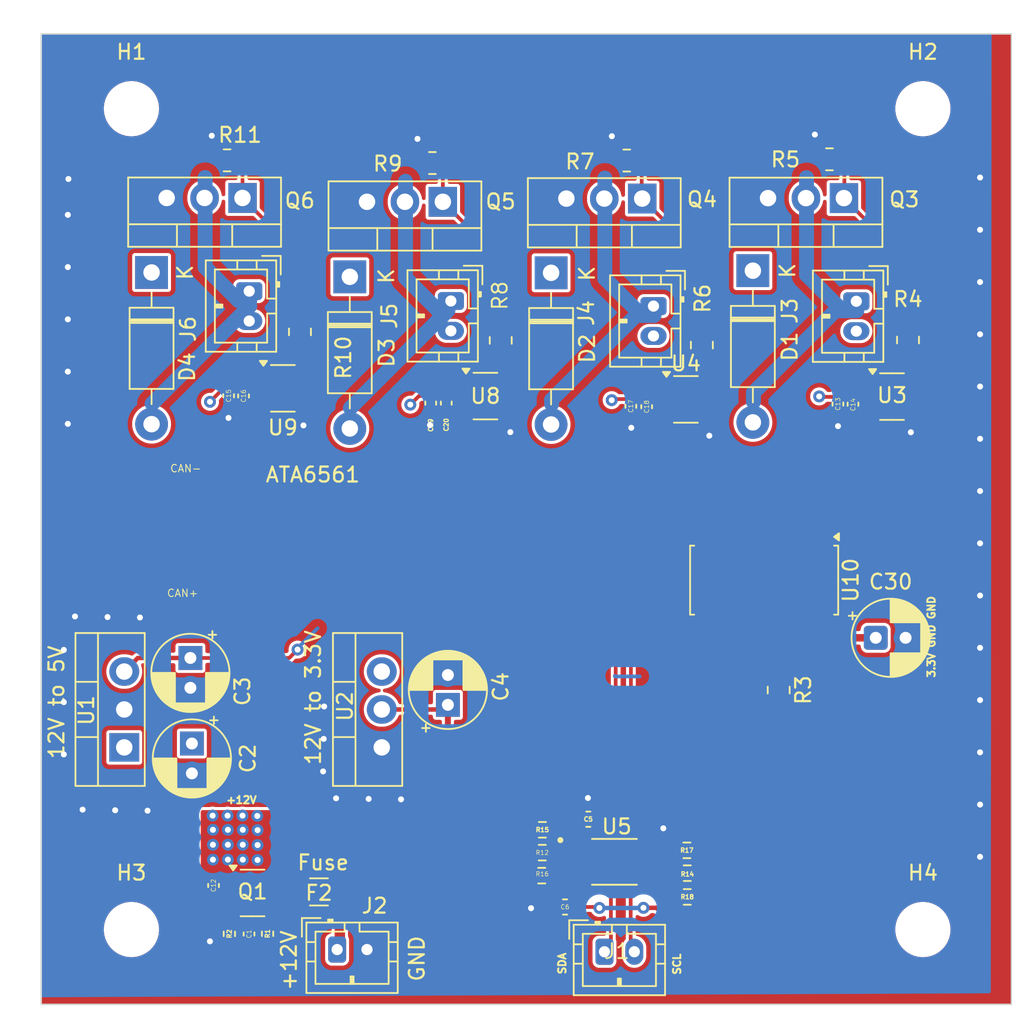
<source format=kicad_pcb>
(kicad_pcb (version 20241229) (generator "pcbnew") (generator_version "9.0")
  (layers (0 "F.Cu" signal) (4 "In1.Cu" signal) (6 "In2.Cu" signal) (2 "B.Cu" signal) (13 "F.Paste" user) (15 "B.Paste" user) (5 "F.SilkS" user "F.Silkscreen") (7 "B.SilkS" user "B.Silkscreen") (1 "F.Mask" user) (3 "B.Mask" user) (25 "Edge.Cuts" user))
  (net 0 "")
  (net 1 "GND")
  (net 2 "SLN1-")
  (net 3 "SLN2-")
  (net 4 "SLN3-")
  (net 5 "SLN4-")
  (net 6 "SDA")
  (net 7 "SCL")
  (net 8 "Net-(Q3-G)")
  (net 9 "Net-(Q4-G)")
  (net 10 "Net-(Q5-G)")
  (net 11 "Net-(Q6-G)")
  (net 12 "12V")
  (net 13 "S1CTRL")
  (net 14 "S2CTRL")
  (net 15 "S3CTRL")
  (net 16 "S4CTRL")
  (net 17 "SCL_ext")
  (net 18 "SDA_ext")
  (net 19 "Net-(U5-EN)")
  (net 20 "Net-(U5-READY)")
  (net 21 "+12V_fuse")
  (net 22 "5V")
  (net 23 "3.3V")
  (net 24 "Net-(Q1-G)")
  (net 25 "Net-(Q1-S)")
  (net 26 "Net-(U3-OUT)")
  (net 27 "Net-(U4-OUT)")
  (net 28 "Net-(U8-OUT)")
  (net 29 "Net-(U9-OUT)")
  (net 34 "+5V")
  (net 35 "Net-(U10-OE')")
  (footprint "Package_TO_SOT_SMD:SOT-23-5" (layer "F.Cu") (at 107.8525 42.31)
    (property "Reference" "U8")
    (property "Value" "MCP1416")
  )
  (footprint "Capacitor_SMD:C_0402_1005Metric" (layer "F.Cu") (at 105.23 42.78 90)
    (property "Reference" "C20")
    (property "Value" "1uF")
  )
  (footprint "Capacitor_SMD:C_0402_1005Metric" (layer "F.Cu") (at 91.65 42.3 90)
    (property "Reference" "C16")
    (property "Value" "1uF")
  )
  (footprint "Resistor_SMD:R_0805_2012Metric_Pad1.20x1.40mm_HandSolder" (layer "F.Cu") (at 127.5 62 -90)
    (property "Reference" "R3")
    (property "Value" "10k")
  )
  (footprint "Connector_JST:JST_PH_B2B-PH-K_1x02_P2.00mm_Vertical" (layer "F.Cu") (at 92.03 35.28 -90)
    (property "Reference" "J6")
    (property "Value" "2X1")
  )
  (footprint "Package_TO_SOT_THT:TO-220-3_Vertical" (layer "F.Cu") (at 83.66 65.84 90)
    (property "Reference" "U1")
    (property "Value" "L7805")
  )
  (footprint "Package_TO_SOT_THT:TO-220-3_Vertical" (layer "F.Cu") (at 91.581 29.04 180)
    (property "Reference" "Q6")
    (property "Value" "FQP30N06L")
  )
  (footprint "Resistor_SMD:R_0603_1608Metric" (layer "F.Cu") (at 111.66 72.89 180)
    (property "Reference" "R16")
    (property "Value" "10k")
  )
  (footprint "Capacitor_SMD:C_0402_1005Metric" (layer "F.Cu") (at 131.4675 42.8425 90)
    (property "Reference" "C13")
    (property "Value" "1uF")
  )
  (footprint "Connector_JST:JST_PH_B2B-PH-K_1x02_P2.00mm_Vertical" (layer "F.Cu") (at 132.7 35.96 -90)
    (property "Reference" "J3")
    (property "Value" "2X1")
  )
  (footprint "Capacitor_SMD:C_0402_1005Metric" (layer "F.Cu") (at 117.595 42.99 90)
    (property "Reference" "C17")
    (property "Value" "0.1uF")
  )
  (footprint "Resistor_SMD:R_0805_2012Metric_Pad1.20x1.40mm_HandSolder" (layer "F.Cu") (at 104.3 26.7)
    (property "Reference" "R9")
    (property "Value" "10k")
  )
  (footprint "Capacitor_SMD:C_0402_1005Metric" (layer "F.Cu") (at 92.0175 78.34 90)
    (property "Reference" "C1")
    (property "Value" "22nF")
  )
  (footprint "Diode_THT:D_DO-41_SOD81_P10.16mm_Horizontal" (layer "F.Cu") (at 85.49 34.03 -90)
    (property "Reference" "D4")
    (property "Value" "1N47xxA")
  )
  (footprint "Package_TO_SOT_SMD:SOT-23-5" (layer "F.Cu") (at 135.09 42.3425)
    (property "Reference" "U3")
    (property "Value" "MCP1416")
  )
  (footprint "MountingHole:MountingHole_3.2mm_M3_DIN965" (layer "F.Cu") (at 137.16 23.06)
    (property "Reference" "H2")
    (property "Value" "MountingHole")
  )
  (footprint "Capacitor_THT:CP_Radial_D5.0mm_P2.00mm" (layer "F.Cu") (at 105.34 62.99 90)
    (property "Reference" "C4")
    (property "Value" "10u")
  )
  (footprint "Diode_THT:D_DO-41_SOD81_P10.16mm_Horizontal" (layer "F.Cu") (at 112.2525 34.0525 -90)
    (property "Reference" "D2")
    (property "Value" "1N47xxA")
  )
  (footprint "Capacitor_THT:CP_Radial_D5.0mm_P2.00mm" (layer "F.Cu") (at 134 58.5)
    (property "Reference" "C30")
    (property "Value" "10u")
  )
  (footprint "Connector_JST:JST_PH_B2B-PH-K_1x02_P2.00mm_Vertical" (layer "F.Cu") (at 97.92 79.38)
    (property "Reference" "J2")
    (property "Value" "2X1")
  )
  (footprint "Resistor_SMD:R_0805_2012Metric_Pad1.20x1.40mm_HandSolder" (layer "F.Cu") (at 90.55 26.52)
    (property "Reference" "R11")
    (property "Value" "10k")
  )
  (footprint "MountingHole:MountingHole_3.2mm_M3_DIN965" (layer "F.Cu") (at 137.16 78.04)
    (property "Reference" "H4")
    (property "Value" "MountingHole")
  )
  (footprint "Diode_THT:D_DO-41_SOD81_P10.16mm_Horizontal" (layer "F.Cu") (at 125.77 33.91 -90)
    (property "Reference" "D1")
    (property "Value" "1N47xxA")
  )
  (footprint "Resistor_SMD:R_0603_1608Metric" (layer "F.Cu") (at 121.375 74.265 180)
    (property "Reference" "R14")
    (property "Value" "10k")
  )
  (footprint "Capacitor_SMD:C_0603_1608Metric" (layer "F.Cu") (at 114.745 70.65)
    (property "Reference" "C5")
    (property "Value" "0.1u")
  )
  (footprint "Package_TO_SOT_SMD:SOT-23-5" (layer "F.Cu") (at 94.2825 41.79)
    (property "Reference" "U9")
    (property "Value" "MCP1416")
  )
  (footprint "Resistor_SMD:R_0603_1608Metric" (layer "F.Cu") (at 121.375 75.855 180)
    (property "Reference" "R18")
    (property "Value" "10k")
  )
  (footprint "Resistor_SMD:R_0805_2012Metric_Pad1.20x1.40mm_HandSolder" (layer "F.Cu") (at 117.3225 26.5325)
    (property "Reference" "R7")
    (property "Value" "10k")
  )
  (footprint "Package_TO_SOT_THT:TO-220-3_Vertical" (layer "F.Cu") (at 131.8665 29.0495 180)
    (property "Reference" "Q3")
    (property "Value" "FQP30N06L")
  )
  (footprint "Resistor_SMD:R_0603_1608Metric" (layer "F.Cu") (at 111.67 71.36)
    (property "Reference" "R15")
    (property "Value" "10k")
  )
  (footprint "Capacitor_SMD:C_0603_1608Metric" (layer "F.Cu") (at 113.185 76.53)
    (property "Reference" "C6")
    (property "Value" "0.1u")
  )
  (footprint "Resistor_SMD:R_0603_1608Metric" (layer "F.Cu") (at 121.35 72.735 180)
    (property "Reference" "R17")
    (property "Value" "10k")
  )
  (footprint "Capacitor_SMD:C_0402_1005Metric" (layer "F.Cu") (at 90.65 42.29 90)
    (property "Reference" "C15")
    (property "Value" "0.1uF")
  )
  (footprint "MountingHole:MountingHole_3.2mm_M3_DIN965" (layer "F.Cu") (at 84.14 23.06)
    (property "Reference" "H1")
    (property "Value" "MountingHole")
  )
  (footprint "Connector_JST:JST_PH_B2B-PH-K_1x02_P2.00mm_Vertical" (layer "F.Cu") (at 115.8275 79.5275)
    (property "Reference" "J1")
    (property "Value" "2X1")
  )
  (footprint "Package_TO_SOT_SMD:SOT-23-5" (layer "F.Cu") (at 121.2825 42.53)
    (property "Reference" "U4")
    (property "Value" "MCP1416")
  )
  (footprint "Resistor_SMD:R_0805_2012Metric_Pad1.20x1.40mm_HandSolder" (layer "F.Cu") (at 136.1625 38.5525 90)
    (property "Reference" "R4")
    (property "Value" "330")
  )
  (footprint "Capacitor_THT:CP_Radial_D5.0mm_P2.00mm" (layer "F.Cu") (at 88.19 65.58 -90)
    (property "Reference" "C2")
    (property "Value" "10u")
  )
  (footprint "Resistor_SMD:R_0603_1608Metric" (layer "F.Cu") (at 111.625 74.43 180)
    (property "Reference" "R12")
    (property "Value" "10k")
  )
  (footprint "Package_TO_SOT_THT:TO-220-3_Vertical" (layer "F.Cu") (at 105.002 29.296 180)
    (property "Reference" "Q5")
    (property "Value" "FQP30N06L")
  )
  (footprint "Package_SO:TSSOP-28_4.4x9.7mm_P0.65mm" (layer "F.Cu") (at 126.525 54.6375 -90)
    (property "Reference" "U10")
    (property "Value" "PCA9685")
  )
  (footprint "Diode_THT:D_DO-41_SOD81_P10.16mm_Horizontal" (layer "F.Cu") (at 98.77 34.32 -90)
    (property "Reference" "D3")
    (property "Value" "1N47xxA")
  )
  (footprint "Fuse:Fuse_1206_3216Metric" (layer "F.Cu") (at 96.7 75.52 180)
    (property "Reference" "F2")
    (property "Value" "10A")
  )
  (footprint "Package_TO_SOT_SMD:SOT-23-3" (layer "F.Cu") (at 92.2525 75.59)
    (property "Reference" "Q1")
    (property "Value" "NTR0202PLT1G OR Si2347DS")
  )
  (footprint "Resistor_SMD:R_0402_1005Metric" (layer "F.Cu") (at 90.7 78.33 90)
    (property "Reference" "R2")
    (property "Value" "1k")
  )
  (footprint "Connector_JST:JST_PH_B2B-PH-K_1x02_P2.00mm_Vertical" (layer "F.Cu") (at 119.1125 36.2825 -90)
    (property "Reference" "J4")
    (property "Value" "2X1")
  )
  (footprint "Resistor_SMD:R_0805_2012Metric_Pad1.20x1.40mm_HandSolder" (layer "F.Cu") (at 108.88 38.58 90)
    (property "Reference" "R8")
    (property "Value" "330")
  )
  (footprint "Resistor_SMD:R_0805_2012Metric_Pad1.20x1.40mm_HandSolder" (layer "F.Cu") (at 95.43 38.01 90)
    (property "Reference" "R10")
    (property "Value" "330")
  )
  (footprint "Capacitor_SMD:C_0402_1005Metric" (layer "F.Cu") (at 118.655 43.02 90)
    (property "Reference" "C18")
    (property "Value" "1uF")
  )
  (footprint "TCA4307:SOP65P490X110-8N" (layer "F.Cu") (at 116.495 73.505)
    (property "Reference" "U5")
    (property "Value" "TCA4307")
  )
  (footprint "Connector_JST:JST_PH_B2B-PH-K_1x02_P2.00mm_Vertical" (layer "F.Cu") (at 105.54 35.94 -90)
    (property "Reference" "J5")
    (property "Value" "2X1")
  )
  (footprint "MountingHole:MountingHole_3.2mm_M3_DIN965" (layer "F.Cu") (at 84.14 78.04)
    (property "Reference" "H3")
    (property "Value" "MountingHole")
  )
  (footprint "Resistor_SMD:R_0402_1005Metric" (layer "F.Cu") (at 93.26 78.32 90)
    (property "Reference" "R1")
    (property "Value" "4.7k")
  )
  (footprint "Capacitor_THT:CP_Radial_D5.0mm_P2.00mm" (layer "F.Cu") (at 88.09 59.85 -90)
    (property "Reference" "C3")
    (property "Value" "10u")
  )
  (footprint "Capacitor_SMD:C_0402_1005Metric" (layer "F.Cu") (at 104.19 42.78 90)
    (property "Reference" "C19")
    (property "Value" "0.1uF")
  )
  (footprint "Resistor_SMD:R_0805_2012Metric_Pad1.20x1.40mm_HandSolder" (layer "F.Cu") (at 130.9 26.45)
    (property "Reference" "R5")
    (property "Value" "10k")
  )
  (footprint "Package_TO_SOT_THT:TO-220-3_Vertical" (layer "F.Cu") (at 118.3565 29.0815 180)
    (property "Reference" "Q4")
    (property "Value" "FQP30N06L")
  )
  (footprint "Capacitor_SMD:C_0402_1005Metric" (layer "F.Cu") (at 89.64 75.09 90)
    (property "Reference" "C12")
    (property "Value" "0.47u")
  )
  (footprint "Capacitor_SMD:C_0402_1005Metric" (layer "F.Cu") (at 132.4775 42.8525 90)
    (property "Reference" "C14")
    (property "Value" "0.1uF")
  )
  (footprint "Resistor_SMD:R_0805_2012Metric_Pad1.20x1.40mm_HandSolder" (layer "F.Cu") (at 122.3525 38.8925 90)
    (property "Reference" "R6")
    (property "Value" "330")
  )
  (footprint "Package_TO_SOT_THT:TO-220-3_Vertical" (layer "F.Cu") (at 100.91 65.84 90)
    (property "Reference" "U2")
    (property "Value" "LD1117V33")
  )
  (gr_rect (start 78.093113 18.049887) (end 143.093113 83.049887) (stroke (width 0.1)) (fill no) (layer "Edge.Cuts"))
  (gr_text "+12V" (at 95.28 82.21 90) (layer "F.SilkS") (effects (font (size 1 1)) (justify left bottom)))
  (gr_text "3.3V GND GND" (at 138.02 61.23 90) (layer "F.SilkS") (effects (font (size 0.5 0.5) (thickness 0.125)) (justify left bottom)))
  (gr_text "GND" (at 103.85 81.61 90) (layer "F.SilkS") (effects (font (size 1 1)) (justify left bottom)))
  (gr_text "12V to 3.3V\n" (at 96.9 67.1 90) (layer "F.SilkS") (effects (font (size 1 1)) (justify left bottom)))
  (gr_text "SDA" (at 113.29 81.1 90) (layer "F.SilkS") (effects (font (size 0.5 0.5) (thickness 0.125)) (justify left bottom)))
  (gr_text "CAN+" (at 86.49 55.8 0) (layer "F.SilkS") (effects (font (size 0.5 0.5) (thickness 0.0625)) (justify left bottom)))
  (gr_text "ATA6561" (at 93.05 48.16 0) (layer "F.SilkS") (effects (font (size 1 1)) (justify left bottom)))
  (gr_text "+12V" (at 90.43 69.66 0) (layer "F.SilkS") (effects (font (size 0.5 0.5) (thickness 0.125)) (justify left bottom)))
  (gr_text "12V to 5V\n" (at 79.71 66.7 90) (layer "F.SilkS") (effects (font (size 1 1)) (justify left bottom)))
  (gr_text "CAN-\n" (at 86.7 47.45 0) (layer "F.SilkS") (effects (font (size 0.5 0.5) (thickness 0.0625)) (justify left bottom)))
  (gr_text "Fuse" (at 95.17 74.14 0) (layer "F.SilkS") (effects (font (size 1 1)) (justify left bottom)))
  (gr_text "SCL" (at 120.98 81.13 90) (layer "F.SilkS") (effects (font (size 0.5 0.5) (thickness 0.125)) (justify left bottom)))
  (segment (start 118.19 61.0875) (end 116.5475 61.0875) (width 0.25) (layer "B.Cu") (net 0))
  (segment (start 116.5475 61.0875) (end 116.52 61.06) (width 0.25) (layer "B.Cu") (net 0))
  (segment (start 113.97 69.98) (end 114.72 69.23) (width 0.25) (layer "F.Cu") (net 1))
  (segment (start 108.99 43.26) (end 108.99 44.19) (width 0.25) (layer "F.Cu") (net 1))
  (segment (start 113.97 70.65) (end 113.97 69.98) (width 0.25) (layer "F.Cu") (net 1))
  (segment (start 91.65 42.78) (end 90.66 42.78) (width 0.25) (layer "F.Cu") (net 1))
  (segment (start 104.1425 44.2525) (end 104.1425 43.3075) (width 0.25) (layer "F.Cu") (net 1))
  (segment (start 90.7 78.84) (end 89.41 78.84) (width 0.25) (layer "F.Cu") (net 1))
  (segment (start 118.708348 72.530021) (end 118.708348 72.321652) (width 0.25) (layer "F.Cu") (net 1))
  (segment (start 131.4725 44.3225) (end 131.4725 43.3275) (width 0.25) (layer "F.Cu") (net 1))
  (segment (start 136.2275 44.6075) (end 136.3525 44.7325) (width 0.25) (layer "F.Cu") (net 1))
  (segment (start 132.4775 43.3325) (end 131.4775 43.3325) (width 0.25) (layer "F.Cu") (net 1))
  (segment (start 103.3 26.7) (end 103.3 25.085) (width 0.25) (layer "F.Cu") (net 1))
  (segment (start 116.3225 26.5325) (end 116.3225 24.9025) (width 0.25) (layer "F.Cu") (net 1))
  (segment (start 95.42 44.03) (end 95.6625 44.2725) (width 0.25) (layer "F.Cu") (net 1))
  (segment (start 122.42 44.53) (end 122.8525 44.9625) (width 0.25) (layer "F.Cu") (net 1))
  (segment (start 90.66 42.78) (end 90.65 42.77) (width 0.25) (layer "F.Cu") (net 1))
  (segment (start 110.99 76.53) (end 110.91 76.61) (width 0.25) (layer "F.Cu") (net 1))
  (segment (start 95.42 42.74) (end 95.42 44.03) (width 0.25) (layer "F.Cu") (net 1))
  (segment (start 89.41 78.84) (end 89.4 78.83) (width 0.25) (layer "F.Cu") (net 1))
  (segment (start 117.6225 44.4325) (end 117.6225 43.4975) (width 0.25) (layer "F.Cu") (net 1))
  (segment (start 90.6425 43.7725) (end 90.6425 42.7775) (width 0.25) (layer "F.Cu") (net 1))
  (segment (start 112.41 76.53) (end 110.99 76.53) (width 0.25) (layer "F.Cu") (net 1))
  (segment (start 117.6225 43.4975) (end 117.595 43.47) (width 0.25) (layer "F.Cu") (net 1))
  (segment (start 89.55 24.9) (end 89.5225 24.8725) (width 0.25) (layer "F.Cu") (net 1))
  (segment (start 118.708348 72.321652) (end 119.77 71.26) (width 0.25) (layer "F.Cu") (net 1))
  (segment (start 136.2275 43.2925) (end 136.2275 44.6075) (width 0.25) (layer "F.Cu") (net 1))
  (segment (start 129.9 24.815) (end 129.9225 24.7925) (width 0.25) (layer "F.Cu") (net 1))
  (segment (start 131.4725 43.3275) (end 131.4675 43.3225) (width 0.25) (layer "F.Cu") (net 1))
  (segment (start 104.1425 43.3075) (end 104.19 43.26) (width 0.25) (layer "F.Cu") (net 1))
  (segment (start 122.42 43.48) (end 122.42 44.53) (width 0.25) (layer "F.Cu") (net 1))
  (segment (start 89.55 26.52) (end 89.55 24.9) (width 0.25) (layer "F.Cu") (net 1))
  (segment (start 103.3 25.085) (end 103.3025 25.0825) (width 0.25) (layer "F.Cu") (net 1))
  (segment (start 129.9 26.45) (end 129.9 24.815) (width 0.25) (layer "F.Cu") (net 1))
  (segment (start 118.655 43.5) (end 117.625 43.5) (width 0.25) (layer "F.Cu") (net 1))
  (segment (start 108.99 44.19) (end 109.5225 44.7225) (width 0.25) (layer "F.Cu") (net 1))
  (segment (start 131.4775 43.3325) (end 131.4675 43.3225) (width 0.25) (layer "F.Cu") (net 1))
  (segment (start 117.625 43.5) (end 117.595 43.47) (width 0.25) (layer "F.Cu") (net 1))
  (segment (start 90.6425 42.7775) (end 90.65 42.77) (width 0.25) (layer "F.Cu") (net 1))
  (segment (start 105.23 43.26) (end 104.19 43.26) (width 0.25) (layer "F.Cu") (net 1))
  (via (at 102.2 69.32) (size 0.8) (drill 0.4) (layers "F.Cu" "B.Cu") (net 1))
  (via (at 83.05 70.05) (size 0.8) (drill 0.4) (layers "F.Cu" "B.Cu") (net 1))
  (via (at 114.72 69.23) (size 0.8) (drill 0.4) (layers "F.Cu" "B.Cu") (net 1))
  (via (at 79.88 37.17) (size 0.8) (drill 0.4) (layers "F.Cu" "B.Cu") (net 1))
  (via (at 140.99 31.17) (size 0.8) (drill 0.4) (layers "F.Cu" "B.Cu") (net 1))
  (via (at 84.71 57.14) (size 0.8) (drill 0.4) (layers "F.Cu" "B.Cu") (net 1))
  (via (at 140.99 48.67) (size 0.8) (drill 0.4) (layers "F.Cu" "B.Cu") (net 1))
  (via (at 140.99 73.17) (size 0.8) (drill 0.4) (layers "F.Cu" "B.Cu") (net 1))
  (via (at 89.4 78.83) (size 0.8) (drill 0.4) (layers "F.Cu" "B.Cu") (net 1))
  (via (at 79.61 59.31) (size 0.8) (drill 0.4) (layers "F.Cu" "B.Cu") (net 1))
  (via (at 131.4725 44.3225) (size 0.8) (drill 0.4) (layers "F.Cu" "B.Cu") (net 1))
  (via (at 122.8525 44.9625) (size 0.8) (drill 0.4) (layers "F.Cu" "B.Cu") (net 1))
  (via (at 79.88 33.67) (size 0.8) (drill 0.4) (layers "F.Cu" "B.Cu") (net 1))
  (via (at 140.99 34.67) (size 0.8) (drill 0.4) (layers "F.Cu" "B.Cu") (net 1))
  (via (at 140.99 66.17) (size 0.8) (drill 0.4) (layers "F.Cu" "B.Cu") (net 1))
  (via (at 116.3225 24.9025) (size 0.8) (drill 0.4) (layers "F.Cu" "B.Cu") (net 1))
  (via (at 79.88 30.17) (size 0.8) (drill 0.4) (layers "F.Cu" "B.Cu") (net 1))
  (via (at 85.22 70.08) (size 0.8) (drill 0.4) (layers "F.Cu" "B.Cu") (net 1))
  (via (at 95.6625 44.2725) (size 0.8) (drill 0.4) (layers "F.Cu" "B.Cu") (net 1))
  (via (at 80.87 70.01) (size 0.8) (drill 0.4) (layers "F.Cu" "B.Cu") (net 1))
  (via (at 97.85 69.25) (size 0.8) (drill 0.4) (layers "F.Cu" "B.Cu") (net 1))
  (via (at 119.77 71.26) (size 0.8) (drill 0.4) (layers "F.Cu" "B.Cu") (net 1))
  (via (at 100.03 69.29) (size 0.8) (drill 0.4) (layers "F.Cu" "B.Cu") (net 1))
  (via (at 104.1425 44.2525) (size 0.8) (drill 0.4) (layers "F.Cu" "B.Cu") (net 1))
  (via (at 103.3025 25.0825) (size 0.8) (drill 0.4) (layers "F.Cu" "B.Cu") (net 1))
  (via (at 129.9225 24.7925) (size 0.8) (drill 0.4) (layers "F.Cu" "B.Cu") (net 1))
  (via (at 79.61 66.31) (size 0.8) (drill 0.4) (layers "F.Cu" "B.Cu") (net 1))
  (via (at 136.3525 44.7325) (size 0.8) (drill 0.4) (layers "F.Cu" "B.Cu") (net 1))
  (via (at 80.36 57.07) (size 0.8) (drill 0.4) (layers "F.Cu" "B.Cu") (net 1))
  (via (at 79.88 40.67) (size 0.8) (drill 0.4) (layers "F.Cu" "B.Cu") (net 1))
  (via (at 140.99 69.67) (size 0.8) (drill 0.4) (layers "F.Cu" "B.Cu") (net 1))
  (via (at 79.88 44.17) (size 0.8) (drill 0.4) (layers "F.Cu" "B.Cu") (net 1))
  (via (at 97.02 65.27) (size 0.8) (drill 0.4) (layers "F.Cu" "B.Cu") (net 1))
  (via (at 140.99 62.67) (size 0.8) (drill 0.4) (layers "F.Cu" "B.Cu") (net 1))
  (via (at 140.99 45.17) (size 0.8) (drill 0.4) (layers "F.Cu" "B.Cu") (net 1))
  (via (at 96.98 67.45) (size 0.8) (drill 0.4) (layers "F.Cu" "B.Cu") (net 1))
  (via (at 140.99 52.17) (size 0.8) (drill 0.4) (layers "F.Cu" "B.Cu") (net 1))
  (via (at 97.05 63.1) (size 0.8) (drill 0.4) (layers "F.Cu" "B.Cu") (net 1))
  (via (at 117.6225 44.4325) (size 0.8) (drill 0.4) (layers "F.Cu" "B.Cu") (net 1))
  (via (at 79.92 27.77) (size 0.8) (drill 0.4) (layers "F.Cu" "B.Cu") (net 1))
  (via (at 140.99 55.67) (size 0.8) (drill 0.4) (layers "F.Cu" "B.Cu") (net 1))
  (via (at 79.61 62.81) (size 0.8) (drill 0.4) (layers "F.Cu" "B.Cu") (net 1))
  (via (at 89.5225 24.8725) (size 0.8) (drill 0.4) (layers "F.Cu" "B.Cu") (net 1))
  (via (at 82.54 57.11) (size 0.8) (drill 0.4) (layers "F.Cu" "B.Cu") (net 1))
  (via (at 110.91 76.61) (size 0.8) (drill 0.4) (layers "F.Cu" "B.Cu") (net 1))
  (via (at 109.5225 44.7225) (size 0.8) (drill 0.4) (layers "F.Cu" "B.Cu") (net 1))
  (via (at 140.99 27.67) (size 0.8) (drill 0.4) (layers "F.Cu" "B.Cu") (net 1))
  (via (at 90.6425 43.7725) (size 0.8) (drill 0.4) (layers "F.Cu" "B.Cu") (net 1))
  (via (at 140.99 59.17) (size 0.8) (drill 0.4) (layers "F.Cu" "B.Cu") (net 1))
  (via (at 140.99 38.17) (size 0.8) (drill 0.4) (layers "F.Cu" "B.Cu") (net 1))
  (via (at 140.99 41.67) (size 0.8) (drill 0.4) (layers "F.Cu" "B.Cu") (net 1))
  (segment (start 125.8075 42.6975) (end 125.8075 42.0825) (width 1) (layer "B.Cu") (net 2))
  (segment (start 131.7675 36.5875) (end 129.364 34.184) (width 1) (layer "B.Cu") (net 2))
  (segment (start 131.9175 36.5875) (end 132.7375 36.5875) (width 0.25) (layer "B.Cu") (net 2))
  (segment (start 129.364 34.184) (end 129.364 27.677) (width 1) (layer "B.Cu") (net 2))
  (segment (start 125.8075 42.0825) (end 131.3025 36.5875) (width 1) (layer "B.Cu") (net 2))
  (segment (start 132.7375 36.5875) (end 131.7675 36.5875) (width 1) (layer "B.Cu") (net 2))
  (segment (start 131.3025 36.5875) (end 131.9175 36.5875) (width 1) (layer "B.Cu") (net 2))
  (segment (start 112.29 42.56) (end 117.94 36.91) (width 1) (layer "B.Cu") (net 3))
  (segment (start 118.33 36.91) (end 115.854 34.434) (width 1) (layer "B.Cu") (net 3))
  (segment (start 118.22 36.91) (end 119.15 36.91) (width 0.25) (layer "B.Cu") (net 3))
  (segment (start 115.854 34.434) (end 115.854 27.709) (width 1) (layer "B.Cu") (net 3))
  (segment (start 117.94 36.91) (end 118.22 36.91) (width 1) (layer "B.Cu") (net 3))
  (segment (start 112.29 42.84) (end 112.29 42.56) (width 1) (layer "B.Cu") (net 3))
  (segment (start 119.15 36.91) (end 118.33 36.91) (width 1) (layer "B.Cu") (net 3))
  (segment (start 104.6775 36.5675) (end 102.4995 34.3895) (width 1) (layer "B.Cu") (net 4))
  (segment (start 102.4995 34.3895) (end 102.4995 27.9235) (width 1) (layer "B.Cu") (net 4))
  (segment (start 105.5775 36.5675) (end 105.1275 36.5675) (width 0.25) (layer "B.Cu") (net 4))
  (segment (start 105.3475 36.5675) (end 105.5775 36.5675) (width 0.25) (layer "B.Cu") (net 4))
  (segment (start 105.1275 36.5675) (end 104.6775 36.5675) (width 1) (layer "B.Cu") (net 4))
  (segment (start 98.8075 43.1075) (end 105.3475 36.5675) (width 1) (layer "B.Cu") (net 4))
  (segment (start 92.03 37.65) (end 92.03 37.28) (width 0.25) (layer "F.Cu") (net 5))
  (segment (start 92.0675 35.9075) (end 91.3075 35.9075) (width 1) (layer "B.Cu") (net 5))
  (segment (start 89.0785 33.6785) (end 89.0785 27.6675) (width 1) (layer "B.Cu") (net 5))
  (segment (start 92.0675 36.2775) (end 92.0675 35.9075) (width 0.25) (layer "B.Cu") (net 5))
  (segment (start 91.3075 35.9075) (end 89.0785 33.6785) (width 1) (layer "B.Cu") (net 5))
  (segment (start 85.5275 42.8175) (end 92.0675 36.2775) (width 1) (layer "B.Cu") (net 5))
  (segment (start 115.195601 73.180007) (end 116.58 71.795608) (width 0.25) (layer "F.Cu") (net 6))
  (segment (start 130.1 56.762501) (end 130.1 57.5) (width 0.25) (layer "F.Cu") (net 6))
  (segment (start 128.386499 55.049) (end 130.1 56.762501) (width 0.25) (layer "F.Cu") (net 6))
  (segment (start 112.485 72.89) (end 112.775007 73.180007) (width 0.25) (layer "F.Cu") (net 6))
  (segment (start 112.775007 73.180007) (end 115.195601 73.180007) (width 0.25) (layer "F.Cu") (net 6))
  (segment (start 116.58 71.795608) (end 116.58 58.28219) (width 0.25) (layer "F.Cu") (net 6))
  (segment (start 116.58 58.28219) (end 119.81319 55.049) (width 0.25) (layer "F.Cu") (net 6))
  (segment (start 119.81319 55.049) (end 128.386499 55.049) (width 0.25) (layer "F.Cu") (net 6))
  (segment (start 117.6 72.985608) (end 117.6 57.9) (width 0.25) (layer "F.Cu") (net 7))
  (segment (start 120 55.5) (end 128.142726 55.5) (width 0.25) (layer "F.Cu") (net 7))
  (segment (start 129.45 56.807274) (end 129.45 57.5) (width 0.25) (layer "F.Cu") (net 7))
  (segment (start 117.6 57.9) (end 120 55.5) (width 0.25) (layer "F.Cu") (net 7))
  (segment (start 120.525 72.735) (end 120.079993 73.180007) (width 0.25) (layer "F.Cu") (net 7))
  (segment (start 120.079993 73.180007) (end 117.794399 73.180007) (width 0.25) (layer "F.Cu") (net 7))
  (segment (start 128.142726 55.5) (end 129.45 56.807274) (width 0.25) (layer "F.Cu") (net 7))
  (segment (start 117.794399 73.180007) (end 117.6 72.985608) (width 0.25) (layer "F.Cu") (net 7))
  (segment (start 136.1625 37.5525) (end 136.1625 33.3455) (width 0.25) (layer "F.Cu") (net 8))
  (segment (start 136.1625 33.3455) (end 131.8665 29.0495) (width 0.25) (layer "F.Cu") (net 8))
  (segment (start 131.9 29.016) (end 131.8665 29.0495) (width 0.25) (layer "F.Cu") (net 8))
  (segment (start 131.9 26.45) (end 131.9 29.016) (width 0.25) (layer "F.Cu") (net 8))
  (segment (start 118.3565 29.0815) (end 122.3525 33.0775) (width 0.25) (layer "F.Cu") (net 9))
  (segment (start 118.3225 26.5325) (end 118.3225 29.0475) (width 0.25) (layer "F.Cu") (net 9))
  (segment (start 122.3525 33.0775) (end 122.3525 37.8925) (width 0.25) (layer "F.Cu") (net 9))
  (segment (start 118.3225 29.0475) (end 118.3565 29.0815) (width 0.25) (layer "F.Cu") (net 9))
  (segment (start 108.88 33.174) (end 108.88 37.58) (width 0.25) (layer "F.Cu") (net 10))
  (segment (start 105.002 29.296) (end 105.002 26.998) (width 0.25) (layer "F.Cu") (net 10))
  (segment (start 105.002 26.998) (end 105.3 26.7) (width 0.25) (layer "F.Cu") (net 10))
  (segment (start 105.002 29.296) (end 108.88 33.174) (width 0.25) (layer "F.Cu") (net 10))
  (segment (start 91.581 29.04) (end 95.43 32.889) (width 0.25) (layer "F.Cu") (net 11))
  (segment (start 91.581 26.551) (end 91.55 26.52) (width 0.25) (layer "F.Cu") (net 11))
  (segment (start 95.43 32.889) (end 95.43 37.01) (width 0.25) (layer "F.Cu") (net 11))
  (segment (start 91.581 29.04) (end 91.581 26.551) (width 0.25) (layer "F.Cu") (net 11))
  (segment (start 130.2425 42.3625) (end 130.2125 42.3325) (width 0.25) (layer "F.Cu") (net 12))
  (segment (start 106.705 42.3) (end 106.715 42.31) (width 0.25) (layer "F.Cu") (net 12))
  (segment (start 104.19 42.3) (end 103.405 42.3) (width 0.25) (layer "F.Cu") (net 12))
  (segment (start 104.19 42.3) (end 105.23 42.3) (width 0.25) (layer "F.Cu") (net 12))
  (segment (start 132.4675 42.3625) (end 132.4775 42.3725) (width 0.25) (layer "F.Cu") (net 12))
  (segment (start 91.65 41.82) (end 93.115 41.82) (width 0.25) (layer "F.Cu") (net 12))
  (segment (start 91.115 74.64) (end 89.67 74.64) (width 0.25) (layer "F.Cu") (net 12))
  (segment (start 133.9225 42.3725) (end 133.9525 42.3425) (width 0.25) (layer "F.Cu") (net 12))
  (segment (start 105.23 42.3) (end 106.705 42.3) (width 0.25) (layer "F.Cu") (net 12))
  (segment (start 118.655 42.54) (end 120.135 42.54) (width 0.25) (layer "F.Cu") (net 12))
  (segment (start 118.625 42.51) (end 118.655 42.54) (width 0.25) (layer "F.Cu") (net 12))
  (segment (start 90.285 41.81) (end 89.4025 42.6925) (width 0.25) (layer "F.Cu") (net 12))
  (segment (start 89.67 74.64) (end 89.64 74.61) (width 0.25) (layer "F.Cu") (net 12))
  (segment (start 103.405 42.3) (end 102.8225 42.8825) (width 0.25) (layer "F.Cu") (net 12))
  (segment (start 93.115 41.82) (end 93.145 41.79) (width 0.25) (layer "F.Cu") (net 12))
  (segment (start 90.65 41.81) (end 91.64 41.81) (width 0.25) (layer "F.Cu") (net 12))
  (segment (start 132.4775 42.3725) (end 133.9225 42.3725) (width 0.25) (layer "F.Cu") (net 12))
  (segment (start 120.135 42.54) (end 120.145 42.53) (width 0.25) (layer "F.Cu") (net 12))
  (segment (start 131.4675 42.3625) (end 132.4675 42.3625) (width 0.25) (layer "F.Cu") (net 12))
  (segment (start 116.385 42.51) (end 116.3125 42.5825) (width 0.25) (layer "F.Cu") (net 12))
  (segment (start 117.595 42.51) (end 116.385 42.51) (width 0.25) (layer "F.Cu") (net 12))
  (segment (start 90.65 41.81) (end 90.285 41.81) (width 0.25) (layer "F.Cu") (net 12))
  (segment (start 117.595 42.51) (end 118.625 42.51) (width 0.25) (layer "F.Cu") (net 12))
  (segment (start 131.4675 42.3625) (end 130.2425 42.3625) (width 0.25) (layer "F.Cu") (net 12))
  (segment (start 91.64 41.81) (end 91.65 41.82) (width 0.25) (layer "F.Cu") (net 12))
  (via (at 89.58 70.41) (size 0.8) (drill 0.4) (layers "F.Cu" "B.Cu") (net 12))
  (via (at 92.59 71.38) (size 0.8) (drill 0.4) (layers "F.Cu" "B.Cu") (net 12))
  (via (at 90.6 72.36) (size 0.8) (drill 0.4) (layers "F.Cu" "B.Cu") (net 12))
  (via (at 91.58 70.41) (size 0.8) (drill 0.4) (layers "F.Cu" "B.Cu") (net 12))
  (via (at 90.6 73.36) (size 0.8) (drill 0.4) (layers "F.Cu" "B.Cu") (net 12))
  (via (at 130.2125 42.3325) (size 0.8) (drill 0.4) (layers "F.Cu" "B.Cu") (net 12))
  (via (at 116.3125 42.5825) (size 0.8) (drill 0.4) (layers "F.Cu" "B.Cu") (net 12))
  (via (at 89.6 73.36) (size 0.8) (drill 0.4) (layers "F.Cu" "B.Cu") (net 12))
  (via (at 92.59 72.38) (size 0.8) (drill 0.4) (layers "F.Cu" "B.Cu") (net 12))
  (via (at 92.59 73.38) (size 0.8) (drill 0.4) (layers "F.Cu" "B.Cu") (net 12))
  (via (at 89.6 72.36) (size 0.8) (drill 0.4) (layers "F.Cu" "B.Cu") (net 12))
  (via (at 91.6 73.36) (size 0.8) (drill 0.4) (layers "F.Cu" "B.Cu") (net 12))
  (via (at 90.6 71.36) (size 0.8) (drill 0.4) (layers "F.Cu" "B.Cu") (net 12))
  (via (at 91.6 71.36) (size 0.8) (drill 0.4) (layers "F.Cu" "B.Cu") (net 12))
  (via (at 90.58 70.41) (size 0.8) (drill 0.4) (layers "F.Cu" "B.Cu") (net 12))
  (via (at 89.4025 42.6925) (size 0.8) (drill 0.4) (layers "F.Cu" "B.Cu") (net 12))
  (via (at 89.6 71.36) (size 0.8) (drill 0.4) (layers "F.Cu" "B.Cu") (net 12))
  (via (at 92.57 70.43) (size 0.8) (drill 0.4) (layers "F.Cu" "B.Cu") (net 12))
  (via (at 91.6 72.36) (size 0.8) (drill 0.4) (layers "F.Cu" "B.Cu") (net 12))
  (via (at 102.8225 42.8825) (size 0.8) (drill 0.4) (layers "F.Cu" "B.Cu") (net 12))
  (segment (start 127.5 49.745) (end 133.9525 43.2925) (width 0.25) (layer "F.Cu") (net 13))
  (segment (start 127.5 51.775) (end 127.5 49.745) (width 0.25) (layer "F.Cu") (net 13))
  (segment (start 126.85 51.775) (end 126.85 50.185) (width 0.25) (layer "F.Cu") (net 14))
  (segment (start 126.85 50.185) (end 121.5 44.835) (width 0.25) (layer "F.Cu") (net 14))
  (segment (start 120.145 43.48) (end 121.5 44.835) (width 0.25) (layer "F.Cu") (net 14))
  (segment (start 121.5 44.835) (end 121.54 44.875) (width 0.25) (layer "F.Cu") (net 14))
  (segment (start 126.2 50.7) (end 121.73 46.23) (width 0.25) (layer "F.Cu") (net 15))
  (segment (start 126.2 51.775) (end 126.2 50.7) (width 0.25) (layer "F.Cu") (net 15))
  (segment (start 121.73 46.23) (end 111.08 46.23) (width 0.25) (layer "F.Cu") (net 15))
  (segment (start 109.685 46.23) (end 106.715 43.26) (width 0.3) (layer "F.Cu") (net 15))
  (segment (start 111.08 46.23) (end 109.685 46.23) (width 0.3) (layer "F.Cu") (net 15))
  (segment (start 122.005412 47.32) (end 125.342706 50.657294) (width 0.3) (layer "F.Cu") (net 16))
  (segment (start 97.84 47.32) (end 122.005412 47.32) (width 0.3) (layer "F.Cu") (net 16))
  (segment (start 125.55 50.864588) (end 125.342706 50.657294) (width 0.25) (layer "F.Cu") (net 16))
  (segment (start 125.55 51.775) (end 125.55 50.864588) (width 0.25) (layer "F.Cu") (net 16))
  (segment (start 93.1825 42.6625) (end 97.84 47.32) (width 0.3) (layer "F.Cu") (net 16))
  (segment (start 117.584 79.284) (end 117.584 73.95036) (width 0.25) (layer "F.Cu") (net 17))
  (segment (start 117.8275 79.5275) (end 117.584 79.284) (width 0.25) (layer "F.Cu") (net 17))
  (segment (start 117.78836 73.746) (end 118.0775 73.746) (width 0.25) (layer "F.Cu") (net 17))
  (segment (start 117.584 73.95036) (end 117.78836 73.746) (width 0.25) (layer "F.Cu") (net 17))
  (segment (start 120.55 74.265) (end 120.114993 73.829993) (width 0.25) (layer "F.Cu") (net 17))
  (segment (start 120.114993 73.829993) (end 118.708348 73.829993) (width 0.25) (layer "F.Cu") (net 17))
  (segment (start 112.45 74.43) (end 113.050007 73.829993) (width 0.25) (layer "F.Cu") (net 18))
  (segment (start 113.050007 73.829993) (end 114.281652 73.829993) (width 0.25) (layer "F.Cu") (net 18))
  (segment (start 116.26 79.095) (end 115.8275 79.5275) (width 0.25) (layer "F.Cu") (net 18))
  (segment (start 115.995 73.83) (end 116.26 74.095) (width 0.25) (layer "F.Cu") (net 18))
  (segment (start 116.26 74.095) (end 116.26 79.095) (width 0.25) (layer "F.Cu") (net 18))
  (segment (start 114.345 73.83) (end 115.995 73.83) (width 0.25) (layer "F.Cu") (net 18))
  (segment (start 114.281652 71.888348) (end 115.52 70.65) (width 0.25) (layer "F.Cu") (net 19))
  (segment (start 113.111631 71.36) (end 114.281652 72.530021) (width 0.25) (layer "F.Cu") (net 19))
  (segment (start 114.281652 72.530021) (end 114.281652 71.888348) (width 0.25) (layer "F.Cu") (net 19))
  (segment (start 112.495 71.36) (end 113.111631 71.36) (width 0.25) (layer "F.Cu") (net 19))
  (segment (start 120.083369 75.855) (end 118.708348 74.479979) (width 0.25) (layer "F.Cu") (net 20))
  (segment (start 120.55 75.855) (end 120.083369 75.855) (width 0.25) (layer "F.Cu") (net 20))
  (segment (start 98.1 79.2) (end 97.92 79.38) (width 0.25) (layer "F.Cu") (net 21))
  (segment (start 98.1 75.52) (end 98.1 79.2) (width 0.7) (layer "F.Cu") (net 21))
  (segment (start 84.57 59.85) (end 83.66 60.76) (width 0.3) (layer "F.Cu") (net 22))
  (segment (start 94.71 59.85) (end 95.27 59.29) (width 0.25) (layer "F.Cu") (net 22))
  (segment (start 88.09 59.85) (end 84.57 59.85) (width 0.3) (layer "F.Cu") (net 22))
  (segment (start 88.09 59.85) (end 94.71 59.85) (width 0.25) (layer "F.Cu") (net 22))
  (via (at 95.27 59.29) (size 0.8) (drill 0.4) (layers "F.Cu" "B.Cu") (net 22))
  (segment (start 95.27 59.29) (end 95.27 59.2) (width 0.25) (layer "B.Cu") (net 22))
  (segment (start 95.27 59.2) (end 96.61 57.86) (width 0.25) (layer "B.Cu") (net 22))
  (segment (start 105.03 63.3) (end 105.34 62.99) (width 0.25) (layer "F.Cu") (net 23))
  (segment (start 122.2 72.76) (end 122.175 72.735) (width 0.3) (layer "F.Cu") (net 23))
  (segment (start 118.44 76.585) (end 119.31 76.585) (width 0.3) (layer "F.Cu") (net 23))
  (segment (start 105.34 62.99) (end 105.96 62.99) (width 0.25) (layer "F.Cu") (net 23))
  (segment (start 113.45 75.55) (end 113.96 76.06) (width 0.4) (layer "F.Cu") (net 23))
  (segment (start 100.91 63.3) (end 105.03 63.3) (width 0.3) (layer "F.Cu") (net 23))
  (segment (start 110.8 74.6) (end 111.75 75.55) (width 0.4) (layer "F.Cu") (net 23))
  (segment (start 122.2 75.855) (end 122.2 74.265) (width 0.3) (layer "F.Cu") (net 23))
  (segment (start 111.75 75.55) (end 113.45 75.55) (width 0.4) (layer "F.Cu") (net 23))
  (segment (start 114.281652 74.718348) (end 113.45 75.55) (width 0.25) (layer "F.Cu") (net 23))
  (segment (start 105.34 62.99) (end 105.34 71.29) (width 0.4) (layer "F.Cu") (net 23))
  (segment (start 119.31 76.585) (end 119.69 76.965) (width 0.3) (layer "F.Cu") (net 23))
  (segment (start 122.2 74.265) (end 122.2 72.76) (width 0.3) (layer "F.Cu") (net 23))
  (segment (start 110.835 74.395) (end 110.8 74.43) (width 0.4) (layer "F.Cu") (net 23))
  (segment (start 113.96 76.06) (end 113.96 76.53) (width 0.4) (layer "F.Cu") (net 23))
  (segment (start 110.845 71.36) (end 110.845 72.88) (width 0.4) (layer "F.Cu") (net 23))
  (segment (start 114.281652 74.479979) (end 114.281652 74.718348) (width 0.25) (layer "F.Cu") (net 23))
  (segment (start 110.8 74.43) (end 110.8 74.6) (width 0.4) (layer "F.Cu") (net 23))
  (segment (start 113.96 76.53) (end 115.425 76.53) (width 0.25) (layer "F.Cu") (net 23))
  (segment (start 110.845 71.36) (end 105.41 71.36) (width 0.4) (layer "F.Cu") (net 23))
  (segment (start 115.385 76.49) (end 115.49 76.595) (width 0.25) (layer "F.Cu") (net 23))
  (segment (start 110.835 72.89) (end 110.835 74.395) (width 0.4) (layer "F.Cu") (net 23))
  (segment (start 110.845 72.88) (end 110.835 72.89) (width 0.4) (layer "F.Cu") (net 23))
  (segment (start 119.69 76.965) (end 121.09 76.965) (width 0.3) (layer "F.Cu") (net 23))
  (segment (start 121.09 76.965) (end 122.2 75.855) (width 0.3) (layer "F.Cu") (net 23))
  (segment (start 115.425 76.53) (end 115.49 76.595) (width 0.25) (layer "F.Cu") (net 23))
  (segment (start 105.41 71.36) (end 105.34 71.29) (width 0.4) (layer "F.Cu") (net 23))
  (via (at 115.49 76.595) (size 0.8) (drill 0.4) (layers "F.Cu" "B.Cu") (net 23))
  (via (at 118.44 76.585) (size 0.8) (drill 0.4) (layers "F.Cu" "B.Cu") (net 23))
  (segment (start 118.43 76.595) (end 118.44 76.585) (width 0.25) (layer "B.Cu") (net 23))
  (segment (start 115.49 76.595) (end 118.43 76.595) (width 0.3) (layer "B.Cu") (net 23))
  (segment (start 89.64 75.57) (end 90.145 75.57) (width 0.25) (layer "F.Cu") (net 24))
  (segment (start 90.145 75.57) (end 91.115 76.54) (width 0.25) (layer "F.Cu") (net 24))
  (segment (start 91.115 77.405) (end 90.7 77.82) (width 0.25) (layer "F.Cu") (net 24))
  (segment (start 90.7 77.82) (end 91.7 78.82) (width 0.25) (layer "F.Cu") (net 24))
  (segment (start 93.25 78.82) (end 93.26 78.83) (width 0.25) (layer "F.Cu") (net 24))
  (segment (start 92.0175 78.82) (end 93.25 78.82) (width 0.25) (layer "F.Cu") (net 24))
  (segment (start 91.115 76.54) (end 91.115 77.405) (width 0.25) (layer "F.Cu") (net 24))
  (segment (start 91.7 78.82) (end 92.0175 78.82) (width 0.25) (layer "F.Cu") (net 24))
  (segment (start 93.26 77.81) (end 93.26 75.72) (width 0.25) (layer "F.Cu") (net 25))
  (segment (start 93.21 77.86) (end 93.26 77.81) (width 0.25) (layer "F.Cu") (net 25))
  (segment (start 93.26 75.72) (end 93.39 75.59) (width 0.25) (layer "F.Cu") (net 25))
  (segment (start 92.0175 77.86) (end 93.21 77.86) (width 0.25) (layer "F.Cu") (net 25))
  (segment (start 95.3 75.52) (end 93.46 75.52) (width 0.7) (layer "F.Cu") (net 25))
  (segment (start 93.46 75.52) (end 93.39 75.59) (width 0.25) (layer "F.Cu") (net 25))
  (segment (start 136.2275 39.6175) (end 136.1625 39.5525) (width 0.25) (layer "F.Cu") (net 26))
  (segment (start 136.2275 41.3925) (end 136.2275 39.6175) (width 0.25) (layer "F.Cu") (net 26))
  (segment (start 122.42 39.96) (end 122.3525 39.8925) (width 0.25) (layer "F.Cu") (net 27))
  (segment (start 122.42 41.58) (end 122.42 39.96) (width 0.25) (layer "F.Cu") (net 27))
  (segment (start 108.99 41.36) (end 108.99 39.69) (width 0.25) (layer "F.Cu") (net 28))
  (segment (start 108.99 39.69) (end 108.88 39.58) (width 0.25) (layer "F.Cu") (net 28))
  (segment (start 95.43 40.83) (end 95.42 40.84) (width 0.25) (layer "F.Cu") (net 29))
  (segment (start 95.43 39.01) (end 95.43 40.83) (width 0.25) (layer "F.Cu") (net 29))
  (segment (start 130.75 53.5) (end 130.1 52.85) (width 0.5) (layer "F.Cu") (net 34))
  (segment (start 130.75 54) (end 130.75 51.775) (width 0.5) (layer "F.Cu") (net 34))
  (segment (start 131.75 58.5) (end 130.75 57.5) (width 0.5) (layer "F.Cu") (net 34))
  (segment (start 130.1 52.85) (end 130.1 51.775) (width 0.5) (layer "F.Cu") (net 34))
  (segment (start 130.1 51.775) (end 130.75 51.775) (width 0.5) (layer "F.Cu") (net 34))
  (segment (start 130.75 54) (end 130.75 53.5) (width 0.5) (layer "F.Cu") (net 34))
  (segment (start 134 58.5) (end 131.75 58.5) (width 0.5) (layer "F.Cu") (net 34))
  (segment (start 130.75 57.5) (end 130.75 54) (width 0.5) (layer "F.Cu") (net 34))
  (segment (start 127.5 61) (end 127.5 57.5) (width 0.5) (layer "F.Cu") (net 35))
  (zone (net 1) (net_name "GND") (layer "F.Cu") (connect_pads yes (clearance 0.15)) (min_thickness 0.25) (fill yes (thermal_gap 0.5) (thermal_bridge_width 0.5))
    (polygon (pts (xy 78.099513 18.032845) (xy 143.077916 18.053809) (xy 143.088403 83.05) (xy 78.11 83.05)))
  )
  (zone (net 12) (net_name "12V") (layer "F.Cu") (priority 1) (connect_pads yes (clearance 0.15)) (min_thickness 0.25) (fill yes (thermal_gap 0.5) (thermal_bridge_width 0.5))
    (polygon (pts (xy 93.91 70.04) (xy 93.91 73.568847) (xy 92.385255 75.152235) (xy 88.900689 75.100689) (xy 88.78 74.98) (xy 88.78 70.32) (xy 88.78 70.04)))
  )
  (zone (net 1) (net_name "GND") (layer "B.Cu") (priority 5) (connect_pads yes (clearance 0.5)) (min_thickness 0.25) (fill yes (thermal_gap 0.5) (thermal_bridge_width 0.5))
    (polygon (pts (xy 76.17 16.32) (xy 141.763663 16.32) (xy 141.708487 82.31007) (xy 76.17 82.583833)))
  )
)
</source>
